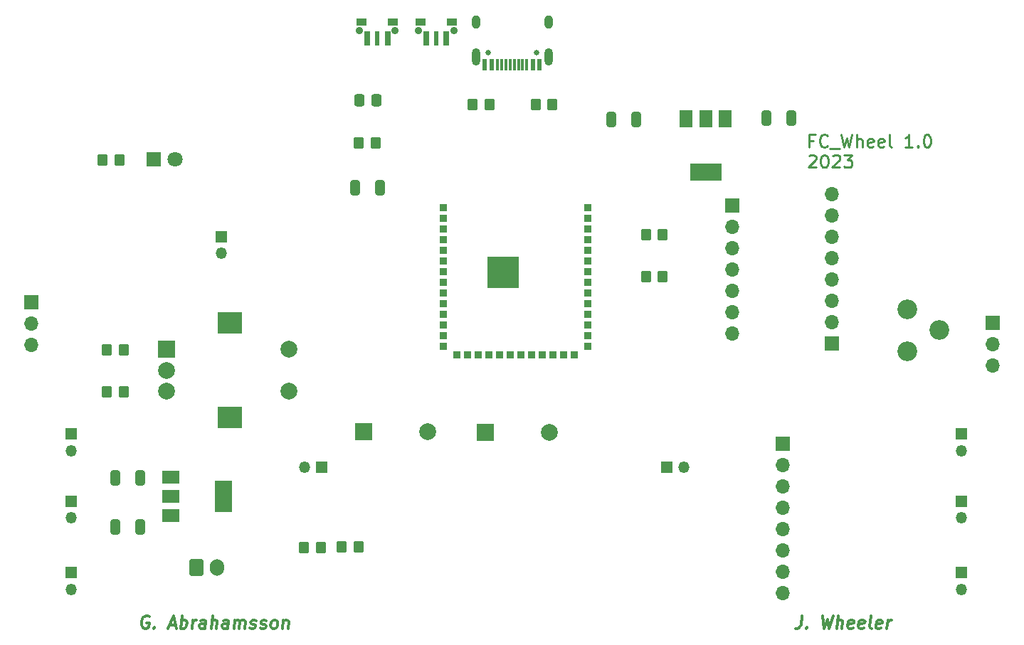
<source format=gbr>
%TF.GenerationSoftware,KiCad,Pcbnew,7.0.8*%
%TF.CreationDate,2023-10-07T23:20:30+02:00*%
%TF.ProjectId,FC_Wheel_PCB,46435f57-6865-4656-9c5f-5043422e6b69,rev?*%
%TF.SameCoordinates,Original*%
%TF.FileFunction,Soldermask,Top*%
%TF.FilePolarity,Negative*%
%FSLAX46Y46*%
G04 Gerber Fmt 4.6, Leading zero omitted, Abs format (unit mm)*
G04 Created by KiCad (PCBNEW 7.0.8) date 2023-10-07 23:20:30*
%MOMM*%
%LPD*%
G01*
G04 APERTURE LIST*
G04 Aperture macros list*
%AMRoundRect*
0 Rectangle with rounded corners*
0 $1 Rounding radius*
0 $2 $3 $4 $5 $6 $7 $8 $9 X,Y pos of 4 corners*
0 Add a 4 corners polygon primitive as box body*
4,1,4,$2,$3,$4,$5,$6,$7,$8,$9,$2,$3,0*
0 Add four circle primitives for the rounded corners*
1,1,$1+$1,$2,$3*
1,1,$1+$1,$4,$5*
1,1,$1+$1,$6,$7*
1,1,$1+$1,$8,$9*
0 Add four rect primitives between the rounded corners*
20,1,$1+$1,$2,$3,$4,$5,0*
20,1,$1+$1,$4,$5,$6,$7,0*
20,1,$1+$1,$6,$7,$8,$9,0*
20,1,$1+$1,$8,$9,$2,$3,0*%
G04 Aperture macros list end*
%ADD10C,0.300000*%
%ADD11C,0.250000*%
%ADD12R,1.700000X1.700000*%
%ADD13O,1.700000X1.700000*%
%ADD14RoundRect,0.250000X-0.325000X-0.650000X0.325000X-0.650000X0.325000X0.650000X-0.325000X0.650000X0*%
%ADD15RoundRect,0.250000X0.350000X0.450000X-0.350000X0.450000X-0.350000X-0.450000X0.350000X-0.450000X0*%
%ADD16R,1.350000X1.350000*%
%ADD17O,1.350000X1.350000*%
%ADD18R,1.800000X1.800000*%
%ADD19C,1.800000*%
%ADD20RoundRect,0.250000X-0.350000X-0.450000X0.350000X-0.450000X0.350000X0.450000X-0.350000X0.450000X0*%
%ADD21R,0.750000X1.800000*%
%ADD22R,0.600000X1.800000*%
%ADD23C,0.900000*%
%ADD24R,1.300000X0.900000*%
%ADD25R,1.500000X2.000000*%
%ADD26R,3.800000X2.000000*%
%ADD27RoundRect,0.250000X-0.600000X-0.750000X0.600000X-0.750000X0.600000X0.750000X-0.600000X0.750000X0*%
%ADD28O,1.700000X2.000000*%
%ADD29R,0.838200X0.889000*%
%ADD30R,0.889000X0.838200*%
%ADD31R,3.708400X3.708400*%
%ADD32R,2.000000X2.000000*%
%ADD33C,2.000000*%
%ADD34R,3.000000X2.500000*%
%ADD35O,1.000000X1.600000*%
%ADD36O,1.000000X2.100000*%
%ADD37R,0.600000X1.450000*%
%ADD38R,0.300000X1.450000*%
%ADD39C,0.650000*%
%ADD40RoundRect,0.250000X-0.337500X-0.475000X0.337500X-0.475000X0.337500X0.475000X-0.337500X0.475000X0*%
%ADD41R,2.000000X1.500000*%
%ADD42R,2.000000X3.800000*%
%ADD43C,2.340000*%
G04 APERTURE END LIST*
D10*
X164661653Y-140678328D02*
X164527725Y-141749757D01*
X164527725Y-141749757D02*
X164429510Y-141964042D01*
X164429510Y-141964042D02*
X164268796Y-142106900D01*
X164268796Y-142106900D02*
X164045582Y-142178328D01*
X164045582Y-142178328D02*
X163902725Y-142178328D01*
X165206296Y-142035471D02*
X165268796Y-142106900D01*
X165268796Y-142106900D02*
X165188439Y-142178328D01*
X165188439Y-142178328D02*
X165125939Y-142106900D01*
X165125939Y-142106900D02*
X165206296Y-142035471D01*
X165206296Y-142035471D02*
X165188439Y-142178328D01*
X167090225Y-140678328D02*
X167259868Y-142178328D01*
X167259868Y-142178328D02*
X167679510Y-141106900D01*
X167679510Y-141106900D02*
X167831296Y-142178328D01*
X167831296Y-142178328D02*
X168375939Y-140678328D01*
X168759868Y-142178328D02*
X168947368Y-140678328D01*
X169402725Y-142178328D02*
X169500939Y-141392614D01*
X169500939Y-141392614D02*
X169447368Y-141249757D01*
X169447368Y-141249757D02*
X169313439Y-141178328D01*
X169313439Y-141178328D02*
X169099154Y-141178328D01*
X169099154Y-141178328D02*
X168947368Y-141249757D01*
X168947368Y-141249757D02*
X168867011Y-141321185D01*
X170697368Y-142106900D02*
X170545582Y-142178328D01*
X170545582Y-142178328D02*
X170259868Y-142178328D01*
X170259868Y-142178328D02*
X170125939Y-142106900D01*
X170125939Y-142106900D02*
X170072368Y-141964042D01*
X170072368Y-141964042D02*
X170143797Y-141392614D01*
X170143797Y-141392614D02*
X170233082Y-141249757D01*
X170233082Y-141249757D02*
X170384868Y-141178328D01*
X170384868Y-141178328D02*
X170670582Y-141178328D01*
X170670582Y-141178328D02*
X170804511Y-141249757D01*
X170804511Y-141249757D02*
X170858082Y-141392614D01*
X170858082Y-141392614D02*
X170840225Y-141535471D01*
X170840225Y-141535471D02*
X170108082Y-141678328D01*
X171983082Y-142106900D02*
X171831296Y-142178328D01*
X171831296Y-142178328D02*
X171545582Y-142178328D01*
X171545582Y-142178328D02*
X171411653Y-142106900D01*
X171411653Y-142106900D02*
X171358082Y-141964042D01*
X171358082Y-141964042D02*
X171429511Y-141392614D01*
X171429511Y-141392614D02*
X171518796Y-141249757D01*
X171518796Y-141249757D02*
X171670582Y-141178328D01*
X171670582Y-141178328D02*
X171956296Y-141178328D01*
X171956296Y-141178328D02*
X172090225Y-141249757D01*
X172090225Y-141249757D02*
X172143796Y-141392614D01*
X172143796Y-141392614D02*
X172125939Y-141535471D01*
X172125939Y-141535471D02*
X171393796Y-141678328D01*
X172902725Y-142178328D02*
X172768796Y-142106900D01*
X172768796Y-142106900D02*
X172715225Y-141964042D01*
X172715225Y-141964042D02*
X172875939Y-140678328D01*
X174054510Y-142106900D02*
X173902724Y-142178328D01*
X173902724Y-142178328D02*
X173617010Y-142178328D01*
X173617010Y-142178328D02*
X173483081Y-142106900D01*
X173483081Y-142106900D02*
X173429510Y-141964042D01*
X173429510Y-141964042D02*
X173500939Y-141392614D01*
X173500939Y-141392614D02*
X173590224Y-141249757D01*
X173590224Y-141249757D02*
X173742010Y-141178328D01*
X173742010Y-141178328D02*
X174027724Y-141178328D01*
X174027724Y-141178328D02*
X174161653Y-141249757D01*
X174161653Y-141249757D02*
X174215224Y-141392614D01*
X174215224Y-141392614D02*
X174197367Y-141535471D01*
X174197367Y-141535471D02*
X173465224Y-141678328D01*
X174759867Y-142178328D02*
X174884867Y-141178328D01*
X174849153Y-141464042D02*
X174938438Y-141321185D01*
X174938438Y-141321185D02*
X175018795Y-141249757D01*
X175018795Y-141249757D02*
X175170581Y-141178328D01*
X175170581Y-141178328D02*
X175313438Y-141178328D01*
X87009868Y-140749757D02*
X86875939Y-140678328D01*
X86875939Y-140678328D02*
X86661653Y-140678328D01*
X86661653Y-140678328D02*
X86438439Y-140749757D01*
X86438439Y-140749757D02*
X86277725Y-140892614D01*
X86277725Y-140892614D02*
X86188439Y-141035471D01*
X86188439Y-141035471D02*
X86081296Y-141321185D01*
X86081296Y-141321185D02*
X86054510Y-141535471D01*
X86054510Y-141535471D02*
X86090225Y-141821185D01*
X86090225Y-141821185D02*
X86143796Y-141964042D01*
X86143796Y-141964042D02*
X86268796Y-142106900D01*
X86268796Y-142106900D02*
X86474153Y-142178328D01*
X86474153Y-142178328D02*
X86617010Y-142178328D01*
X86617010Y-142178328D02*
X86840225Y-142106900D01*
X86840225Y-142106900D02*
X86920582Y-142035471D01*
X86920582Y-142035471D02*
X86983082Y-141535471D01*
X86983082Y-141535471D02*
X86697368Y-141535471D01*
X87563439Y-142035471D02*
X87625939Y-142106900D01*
X87625939Y-142106900D02*
X87545582Y-142178328D01*
X87545582Y-142178328D02*
X87483082Y-142106900D01*
X87483082Y-142106900D02*
X87563439Y-142035471D01*
X87563439Y-142035471D02*
X87545582Y-142178328D01*
X89384868Y-141749757D02*
X90099153Y-141749757D01*
X89188439Y-142178328D02*
X89875939Y-140678328D01*
X89875939Y-140678328D02*
X90188439Y-142178328D01*
X90688439Y-142178328D02*
X90875939Y-140678328D01*
X90804510Y-141249757D02*
X90956296Y-141178328D01*
X90956296Y-141178328D02*
X91242010Y-141178328D01*
X91242010Y-141178328D02*
X91375939Y-141249757D01*
X91375939Y-141249757D02*
X91438439Y-141321185D01*
X91438439Y-141321185D02*
X91492010Y-141464042D01*
X91492010Y-141464042D02*
X91438439Y-141892614D01*
X91438439Y-141892614D02*
X91349153Y-142035471D01*
X91349153Y-142035471D02*
X91268796Y-142106900D01*
X91268796Y-142106900D02*
X91117010Y-142178328D01*
X91117010Y-142178328D02*
X90831296Y-142178328D01*
X90831296Y-142178328D02*
X90697367Y-142106900D01*
X92045582Y-142178328D02*
X92170582Y-141178328D01*
X92134868Y-141464042D02*
X92224153Y-141321185D01*
X92224153Y-141321185D02*
X92304510Y-141249757D01*
X92304510Y-141249757D02*
X92456296Y-141178328D01*
X92456296Y-141178328D02*
X92599153Y-141178328D01*
X93617010Y-142178328D02*
X93715224Y-141392614D01*
X93715224Y-141392614D02*
X93661653Y-141249757D01*
X93661653Y-141249757D02*
X93527724Y-141178328D01*
X93527724Y-141178328D02*
X93242010Y-141178328D01*
X93242010Y-141178328D02*
X93090224Y-141249757D01*
X93625939Y-142106900D02*
X93474153Y-142178328D01*
X93474153Y-142178328D02*
X93117010Y-142178328D01*
X93117010Y-142178328D02*
X92983081Y-142106900D01*
X92983081Y-142106900D02*
X92929510Y-141964042D01*
X92929510Y-141964042D02*
X92947367Y-141821185D01*
X92947367Y-141821185D02*
X93036653Y-141678328D01*
X93036653Y-141678328D02*
X93188439Y-141606900D01*
X93188439Y-141606900D02*
X93545581Y-141606900D01*
X93545581Y-141606900D02*
X93697367Y-141535471D01*
X94331296Y-142178328D02*
X94518796Y-140678328D01*
X94974153Y-142178328D02*
X95072367Y-141392614D01*
X95072367Y-141392614D02*
X95018796Y-141249757D01*
X95018796Y-141249757D02*
X94884867Y-141178328D01*
X94884867Y-141178328D02*
X94670582Y-141178328D01*
X94670582Y-141178328D02*
X94518796Y-141249757D01*
X94518796Y-141249757D02*
X94438439Y-141321185D01*
X96331296Y-142178328D02*
X96429510Y-141392614D01*
X96429510Y-141392614D02*
X96375939Y-141249757D01*
X96375939Y-141249757D02*
X96242010Y-141178328D01*
X96242010Y-141178328D02*
X95956296Y-141178328D01*
X95956296Y-141178328D02*
X95804510Y-141249757D01*
X96340225Y-142106900D02*
X96188439Y-142178328D01*
X96188439Y-142178328D02*
X95831296Y-142178328D01*
X95831296Y-142178328D02*
X95697367Y-142106900D01*
X95697367Y-142106900D02*
X95643796Y-141964042D01*
X95643796Y-141964042D02*
X95661653Y-141821185D01*
X95661653Y-141821185D02*
X95750939Y-141678328D01*
X95750939Y-141678328D02*
X95902725Y-141606900D01*
X95902725Y-141606900D02*
X96259867Y-141606900D01*
X96259867Y-141606900D02*
X96411653Y-141535471D01*
X97045582Y-142178328D02*
X97170582Y-141178328D01*
X97152725Y-141321185D02*
X97233082Y-141249757D01*
X97233082Y-141249757D02*
X97384868Y-141178328D01*
X97384868Y-141178328D02*
X97599153Y-141178328D01*
X97599153Y-141178328D02*
X97733082Y-141249757D01*
X97733082Y-141249757D02*
X97786653Y-141392614D01*
X97786653Y-141392614D02*
X97688439Y-142178328D01*
X97786653Y-141392614D02*
X97875939Y-141249757D01*
X97875939Y-141249757D02*
X98027725Y-141178328D01*
X98027725Y-141178328D02*
X98242010Y-141178328D01*
X98242010Y-141178328D02*
X98375939Y-141249757D01*
X98375939Y-141249757D02*
X98429510Y-141392614D01*
X98429510Y-141392614D02*
X98331296Y-142178328D01*
X98983082Y-142106900D02*
X99117010Y-142178328D01*
X99117010Y-142178328D02*
X99402725Y-142178328D01*
X99402725Y-142178328D02*
X99554510Y-142106900D01*
X99554510Y-142106900D02*
X99643796Y-141964042D01*
X99643796Y-141964042D02*
X99652725Y-141892614D01*
X99652725Y-141892614D02*
X99599153Y-141749757D01*
X99599153Y-141749757D02*
X99465225Y-141678328D01*
X99465225Y-141678328D02*
X99250939Y-141678328D01*
X99250939Y-141678328D02*
X99117010Y-141606900D01*
X99117010Y-141606900D02*
X99063439Y-141464042D01*
X99063439Y-141464042D02*
X99072368Y-141392614D01*
X99072368Y-141392614D02*
X99161653Y-141249757D01*
X99161653Y-141249757D02*
X99313439Y-141178328D01*
X99313439Y-141178328D02*
X99527725Y-141178328D01*
X99527725Y-141178328D02*
X99661653Y-141249757D01*
X100197368Y-142106900D02*
X100331296Y-142178328D01*
X100331296Y-142178328D02*
X100617011Y-142178328D01*
X100617011Y-142178328D02*
X100768796Y-142106900D01*
X100768796Y-142106900D02*
X100858082Y-141964042D01*
X100858082Y-141964042D02*
X100867011Y-141892614D01*
X100867011Y-141892614D02*
X100813439Y-141749757D01*
X100813439Y-141749757D02*
X100679511Y-141678328D01*
X100679511Y-141678328D02*
X100465225Y-141678328D01*
X100465225Y-141678328D02*
X100331296Y-141606900D01*
X100331296Y-141606900D02*
X100277725Y-141464042D01*
X100277725Y-141464042D02*
X100286654Y-141392614D01*
X100286654Y-141392614D02*
X100375939Y-141249757D01*
X100375939Y-141249757D02*
X100527725Y-141178328D01*
X100527725Y-141178328D02*
X100742011Y-141178328D01*
X100742011Y-141178328D02*
X100875939Y-141249757D01*
X101688440Y-142178328D02*
X101554511Y-142106900D01*
X101554511Y-142106900D02*
X101492011Y-142035471D01*
X101492011Y-142035471D02*
X101438440Y-141892614D01*
X101438440Y-141892614D02*
X101492011Y-141464042D01*
X101492011Y-141464042D02*
X101581297Y-141321185D01*
X101581297Y-141321185D02*
X101661654Y-141249757D01*
X101661654Y-141249757D02*
X101813440Y-141178328D01*
X101813440Y-141178328D02*
X102027725Y-141178328D01*
X102027725Y-141178328D02*
X102161654Y-141249757D01*
X102161654Y-141249757D02*
X102224154Y-141321185D01*
X102224154Y-141321185D02*
X102277725Y-141464042D01*
X102277725Y-141464042D02*
X102224154Y-141892614D01*
X102224154Y-141892614D02*
X102134868Y-142035471D01*
X102134868Y-142035471D02*
X102054511Y-142106900D01*
X102054511Y-142106900D02*
X101902725Y-142178328D01*
X101902725Y-142178328D02*
X101688440Y-142178328D01*
X102956297Y-141178328D02*
X102831297Y-142178328D01*
X102938440Y-141321185D02*
X103018797Y-141249757D01*
X103018797Y-141249757D02*
X103170583Y-141178328D01*
X103170583Y-141178328D02*
X103384868Y-141178328D01*
X103384868Y-141178328D02*
X103518797Y-141249757D01*
X103518797Y-141249757D02*
X103572368Y-141392614D01*
X103572368Y-141392614D02*
X103474154Y-142178328D01*
D11*
X166021615Y-84102714D02*
X165521615Y-84102714D01*
X165521615Y-84888428D02*
X165521615Y-83388428D01*
X165521615Y-83388428D02*
X166235901Y-83388428D01*
X167664472Y-84745571D02*
X167593044Y-84817000D01*
X167593044Y-84817000D02*
X167378758Y-84888428D01*
X167378758Y-84888428D02*
X167235901Y-84888428D01*
X167235901Y-84888428D02*
X167021615Y-84817000D01*
X167021615Y-84817000D02*
X166878758Y-84674142D01*
X166878758Y-84674142D02*
X166807329Y-84531285D01*
X166807329Y-84531285D02*
X166735901Y-84245571D01*
X166735901Y-84245571D02*
X166735901Y-84031285D01*
X166735901Y-84031285D02*
X166807329Y-83745571D01*
X166807329Y-83745571D02*
X166878758Y-83602714D01*
X166878758Y-83602714D02*
X167021615Y-83459857D01*
X167021615Y-83459857D02*
X167235901Y-83388428D01*
X167235901Y-83388428D02*
X167378758Y-83388428D01*
X167378758Y-83388428D02*
X167593044Y-83459857D01*
X167593044Y-83459857D02*
X167664472Y-83531285D01*
X167950187Y-85031285D02*
X169093044Y-85031285D01*
X169307329Y-83388428D02*
X169664472Y-84888428D01*
X169664472Y-84888428D02*
X169950186Y-83817000D01*
X169950186Y-83817000D02*
X170235901Y-84888428D01*
X170235901Y-84888428D02*
X170593044Y-83388428D01*
X171164472Y-84888428D02*
X171164472Y-83388428D01*
X171807330Y-84888428D02*
X171807330Y-84102714D01*
X171807330Y-84102714D02*
X171735901Y-83959857D01*
X171735901Y-83959857D02*
X171593044Y-83888428D01*
X171593044Y-83888428D02*
X171378758Y-83888428D01*
X171378758Y-83888428D02*
X171235901Y-83959857D01*
X171235901Y-83959857D02*
X171164472Y-84031285D01*
X173093044Y-84817000D02*
X172950187Y-84888428D01*
X172950187Y-84888428D02*
X172664473Y-84888428D01*
X172664473Y-84888428D02*
X172521615Y-84817000D01*
X172521615Y-84817000D02*
X172450187Y-84674142D01*
X172450187Y-84674142D02*
X172450187Y-84102714D01*
X172450187Y-84102714D02*
X172521615Y-83959857D01*
X172521615Y-83959857D02*
X172664473Y-83888428D01*
X172664473Y-83888428D02*
X172950187Y-83888428D01*
X172950187Y-83888428D02*
X173093044Y-83959857D01*
X173093044Y-83959857D02*
X173164473Y-84102714D01*
X173164473Y-84102714D02*
X173164473Y-84245571D01*
X173164473Y-84245571D02*
X172450187Y-84388428D01*
X174378758Y-84817000D02*
X174235901Y-84888428D01*
X174235901Y-84888428D02*
X173950187Y-84888428D01*
X173950187Y-84888428D02*
X173807329Y-84817000D01*
X173807329Y-84817000D02*
X173735901Y-84674142D01*
X173735901Y-84674142D02*
X173735901Y-84102714D01*
X173735901Y-84102714D02*
X173807329Y-83959857D01*
X173807329Y-83959857D02*
X173950187Y-83888428D01*
X173950187Y-83888428D02*
X174235901Y-83888428D01*
X174235901Y-83888428D02*
X174378758Y-83959857D01*
X174378758Y-83959857D02*
X174450187Y-84102714D01*
X174450187Y-84102714D02*
X174450187Y-84245571D01*
X174450187Y-84245571D02*
X173735901Y-84388428D01*
X175307329Y-84888428D02*
X175164472Y-84817000D01*
X175164472Y-84817000D02*
X175093043Y-84674142D01*
X175093043Y-84674142D02*
X175093043Y-83388428D01*
X177807329Y-84888428D02*
X176950186Y-84888428D01*
X177378757Y-84888428D02*
X177378757Y-83388428D01*
X177378757Y-83388428D02*
X177235900Y-83602714D01*
X177235900Y-83602714D02*
X177093043Y-83745571D01*
X177093043Y-83745571D02*
X176950186Y-83817000D01*
X178450185Y-84745571D02*
X178521614Y-84817000D01*
X178521614Y-84817000D02*
X178450185Y-84888428D01*
X178450185Y-84888428D02*
X178378757Y-84817000D01*
X178378757Y-84817000D02*
X178450185Y-84745571D01*
X178450185Y-84745571D02*
X178450185Y-84888428D01*
X179450186Y-83388428D02*
X179593043Y-83388428D01*
X179593043Y-83388428D02*
X179735900Y-83459857D01*
X179735900Y-83459857D02*
X179807329Y-83531285D01*
X179807329Y-83531285D02*
X179878757Y-83674142D01*
X179878757Y-83674142D02*
X179950186Y-83959857D01*
X179950186Y-83959857D02*
X179950186Y-84317000D01*
X179950186Y-84317000D02*
X179878757Y-84602714D01*
X179878757Y-84602714D02*
X179807329Y-84745571D01*
X179807329Y-84745571D02*
X179735900Y-84817000D01*
X179735900Y-84817000D02*
X179593043Y-84888428D01*
X179593043Y-84888428D02*
X179450186Y-84888428D01*
X179450186Y-84888428D02*
X179307329Y-84817000D01*
X179307329Y-84817000D02*
X179235900Y-84745571D01*
X179235900Y-84745571D02*
X179164471Y-84602714D01*
X179164471Y-84602714D02*
X179093043Y-84317000D01*
X179093043Y-84317000D02*
X179093043Y-83959857D01*
X179093043Y-83959857D02*
X179164471Y-83674142D01*
X179164471Y-83674142D02*
X179235900Y-83531285D01*
X179235900Y-83531285D02*
X179307329Y-83459857D01*
X179307329Y-83459857D02*
X179450186Y-83388428D01*
X165450187Y-85946285D02*
X165521615Y-85874857D01*
X165521615Y-85874857D02*
X165664473Y-85803428D01*
X165664473Y-85803428D02*
X166021615Y-85803428D01*
X166021615Y-85803428D02*
X166164473Y-85874857D01*
X166164473Y-85874857D02*
X166235901Y-85946285D01*
X166235901Y-85946285D02*
X166307330Y-86089142D01*
X166307330Y-86089142D02*
X166307330Y-86232000D01*
X166307330Y-86232000D02*
X166235901Y-86446285D01*
X166235901Y-86446285D02*
X165378758Y-87303428D01*
X165378758Y-87303428D02*
X166307330Y-87303428D01*
X167235901Y-85803428D02*
X167378758Y-85803428D01*
X167378758Y-85803428D02*
X167521615Y-85874857D01*
X167521615Y-85874857D02*
X167593044Y-85946285D01*
X167593044Y-85946285D02*
X167664472Y-86089142D01*
X167664472Y-86089142D02*
X167735901Y-86374857D01*
X167735901Y-86374857D02*
X167735901Y-86732000D01*
X167735901Y-86732000D02*
X167664472Y-87017714D01*
X167664472Y-87017714D02*
X167593044Y-87160571D01*
X167593044Y-87160571D02*
X167521615Y-87232000D01*
X167521615Y-87232000D02*
X167378758Y-87303428D01*
X167378758Y-87303428D02*
X167235901Y-87303428D01*
X167235901Y-87303428D02*
X167093044Y-87232000D01*
X167093044Y-87232000D02*
X167021615Y-87160571D01*
X167021615Y-87160571D02*
X166950186Y-87017714D01*
X166950186Y-87017714D02*
X166878758Y-86732000D01*
X166878758Y-86732000D02*
X166878758Y-86374857D01*
X166878758Y-86374857D02*
X166950186Y-86089142D01*
X166950186Y-86089142D02*
X167021615Y-85946285D01*
X167021615Y-85946285D02*
X167093044Y-85874857D01*
X167093044Y-85874857D02*
X167235901Y-85803428D01*
X168307329Y-85946285D02*
X168378757Y-85874857D01*
X168378757Y-85874857D02*
X168521615Y-85803428D01*
X168521615Y-85803428D02*
X168878757Y-85803428D01*
X168878757Y-85803428D02*
X169021615Y-85874857D01*
X169021615Y-85874857D02*
X169093043Y-85946285D01*
X169093043Y-85946285D02*
X169164472Y-86089142D01*
X169164472Y-86089142D02*
X169164472Y-86232000D01*
X169164472Y-86232000D02*
X169093043Y-86446285D01*
X169093043Y-86446285D02*
X168235900Y-87303428D01*
X168235900Y-87303428D02*
X169164472Y-87303428D01*
X169664471Y-85803428D02*
X170593043Y-85803428D01*
X170593043Y-85803428D02*
X170093043Y-86374857D01*
X170093043Y-86374857D02*
X170307328Y-86374857D01*
X170307328Y-86374857D02*
X170450186Y-86446285D01*
X170450186Y-86446285D02*
X170521614Y-86517714D01*
X170521614Y-86517714D02*
X170593043Y-86660571D01*
X170593043Y-86660571D02*
X170593043Y-87017714D01*
X170593043Y-87017714D02*
X170521614Y-87160571D01*
X170521614Y-87160571D02*
X170450186Y-87232000D01*
X170450186Y-87232000D02*
X170307328Y-87303428D01*
X170307328Y-87303428D02*
X169878757Y-87303428D01*
X169878757Y-87303428D02*
X169735900Y-87232000D01*
X169735900Y-87232000D02*
X169664471Y-87160571D01*
D12*
%TO.C,J6*%
X156325000Y-91825000D03*
D13*
X156325000Y-94365000D03*
X156325000Y-96905000D03*
X156325000Y-99445000D03*
X156325000Y-101985000D03*
X156325000Y-104525000D03*
X156325000Y-107065000D03*
%TD*%
D14*
%TO.C,C5*%
X141950000Y-81585000D03*
X144900000Y-81585000D03*
%TD*%
D15*
%TO.C,R_bat1*%
X148065000Y-100275000D03*
X146065000Y-100275000D03*
%TD*%
D16*
%TO.C,BTN5*%
X77675000Y-127025000D03*
D17*
X77675000Y-129025000D03*
%TD*%
D18*
%TO.C,D1*%
X87520000Y-86340000D03*
D19*
X90060000Y-86340000D03*
%TD*%
D16*
%TO.C,PADDLE2*%
X148575000Y-123025000D03*
D17*
X150575000Y-123025000D03*
%TD*%
D20*
%TO.C,R10*%
X111935000Y-84375000D03*
X113935000Y-84375000D03*
%TD*%
D21*
%TO.C,S1*%
X122350000Y-71926000D03*
D22*
X121125000Y-71926000D03*
D21*
X119900000Y-71926000D03*
D23*
X123250000Y-71025000D03*
X119000000Y-71025000D03*
D24*
X122975000Y-69975000D03*
X119275000Y-69975000D03*
%TD*%
D14*
%TO.C,C7*%
X82950000Y-124285000D03*
X85900000Y-124285000D03*
%TD*%
D25*
%TO.C,U6*%
X155475000Y-81535000D03*
X153175000Y-81535000D03*
D26*
X153175000Y-87835000D03*
D25*
X150875000Y-81535000D03*
%TD*%
D16*
%TO.C,BTN6*%
X77675000Y-135525000D03*
D17*
X77675000Y-137525000D03*
%TD*%
D27*
%TO.C,BT1*%
X92575000Y-134935000D03*
D28*
X95075000Y-134935000D03*
%TD*%
D12*
%TO.C,J2*%
X168175000Y-108235000D03*
D13*
X168175000Y-105695000D03*
X168175000Y-103155000D03*
X168175000Y-100615000D03*
X168175000Y-98075000D03*
X168175000Y-95535000D03*
X168175000Y-92995000D03*
X168175000Y-90455000D03*
%TD*%
D20*
%TO.C,R12*%
X132935000Y-79775000D03*
X134935000Y-79775000D03*
%TD*%
D14*
%TO.C,C2*%
X111450000Y-89735000D03*
X114400000Y-89735000D03*
%TD*%
D16*
%TO.C,BTN3*%
X183625000Y-135525000D03*
D17*
X183625000Y-137525000D03*
%TD*%
D15*
%TO.C,R2*%
X83935000Y-113975000D03*
X81935000Y-113975000D03*
%TD*%
D16*
%TO.C,PADDLE1*%
X107475000Y-123025000D03*
D17*
X105475000Y-123025000D03*
%TD*%
D20*
%TO.C,R9*%
X81435000Y-86425000D03*
X83435000Y-86425000D03*
%TD*%
D15*
%TO.C,R1*%
X83935000Y-109025000D03*
X81935000Y-109025000D03*
%TD*%
D16*
%TO.C,BTN4*%
X77675000Y-119025000D03*
D17*
X77675000Y-121025000D03*
%TD*%
D16*
%TO.C,BTN2*%
X183625000Y-127025000D03*
D17*
X183625000Y-129025000D03*
%TD*%
D16*
%TO.C,BTN1*%
X183625000Y-119025000D03*
D17*
X183625000Y-121025000D03*
%TD*%
D29*
%TO.C,U2*%
X121977100Y-92054300D03*
X121977100Y-93324300D03*
X121977100Y-94594300D03*
X121977100Y-95864300D03*
X121977100Y-97134300D03*
X121977100Y-98404300D03*
X121977100Y-99674300D03*
X121977100Y-100944300D03*
X121977100Y-102214300D03*
X121977100Y-103484300D03*
X121977100Y-104754300D03*
X121977100Y-106024300D03*
X121977100Y-107294300D03*
X121977100Y-108564300D03*
D30*
X123573000Y-109638900D03*
X124843000Y-109638900D03*
X126113000Y-109638900D03*
X127383000Y-109638900D03*
X128653000Y-109638900D03*
X129923000Y-109638900D03*
X131193000Y-109638900D03*
X132463000Y-109638900D03*
X133733000Y-109638900D03*
X135003000Y-109638900D03*
X136273000Y-109638900D03*
X137543000Y-109638900D03*
D29*
X139138900Y-108564300D03*
X139138900Y-107294300D03*
X139138900Y-106024300D03*
X139138900Y-104754300D03*
X139138900Y-103484300D03*
X139138900Y-102214300D03*
X139138900Y-100944300D03*
X139138900Y-99674300D03*
X139138900Y-98404300D03*
X139138900Y-97134300D03*
X139138900Y-95864300D03*
X139138900Y-94594300D03*
X139138900Y-93324300D03*
X139138900Y-92054300D03*
D31*
X129062301Y-99768800D03*
%TD*%
D14*
%TO.C,C9*%
X82950000Y-130135000D03*
X85900000Y-130135000D03*
%TD*%
D12*
%TO.C,J4*%
X187325000Y-105825000D03*
D13*
X187325000Y-108365000D03*
X187325000Y-110905000D03*
%TD*%
D32*
%TO.C,BZ2*%
X126975000Y-118825000D03*
D33*
X134575000Y-118825000D03*
%TD*%
%TO.C,SW10*%
X103575000Y-113935000D03*
X103575000Y-108935000D03*
D34*
X96575000Y-117035000D03*
X96575000Y-105835000D03*
D33*
X89075000Y-111435000D03*
X89075000Y-113935000D03*
D32*
X89075000Y-108935000D03*
%TD*%
D12*
%TO.C,J3*%
X162325000Y-120235000D03*
D13*
X162325000Y-122775000D03*
X162325000Y-125315000D03*
X162325000Y-127855000D03*
X162325000Y-130395000D03*
X162325000Y-132935000D03*
X162325000Y-135475000D03*
X162325000Y-138015000D03*
%TD*%
D35*
%TO.C,J1*%
X125835000Y-69995000D03*
D36*
X125835000Y-74175000D03*
D35*
X134475000Y-69995000D03*
D36*
X134475000Y-74175000D03*
D37*
X133405000Y-75090000D03*
X132605000Y-75090000D03*
D38*
X131905000Y-75090000D03*
X130905000Y-75090000D03*
X129405000Y-75090000D03*
X128405000Y-75090000D03*
D37*
X127705000Y-75090000D03*
X126905000Y-75090000D03*
X126905000Y-75090000D03*
X127705000Y-75090000D03*
D38*
X128905000Y-75090000D03*
X129905000Y-75090000D03*
X130405000Y-75090000D03*
X131405000Y-75090000D03*
D37*
X132605000Y-75090000D03*
X133405000Y-75090000D03*
D39*
X127265000Y-73645000D03*
X133045000Y-73645000D03*
%TD*%
D40*
%TO.C,C8*%
X111967500Y-79315000D03*
X114042500Y-79315000D03*
%TD*%
D15*
%TO.C,R_bat2*%
X148065000Y-95325000D03*
X146065000Y-95325000D03*
%TD*%
D21*
%TO.C,S2*%
X115350000Y-71927000D03*
D22*
X114125000Y-71927000D03*
D21*
X112900000Y-71927000D03*
D23*
X116250000Y-71026000D03*
X112000000Y-71026000D03*
D24*
X115975000Y-69976000D03*
X112275000Y-69976000D03*
%TD*%
D14*
%TO.C,C6*%
X160450000Y-81435000D03*
X163400000Y-81435000D03*
%TD*%
D32*
%TO.C,BZ1*%
X112475000Y-118775000D03*
D33*
X120075000Y-118775000D03*
%TD*%
D41*
%TO.C,U7*%
X89525000Y-124135000D03*
X89525000Y-126435000D03*
D42*
X95825000Y-126435000D03*
D41*
X89525000Y-128735000D03*
%TD*%
D12*
%TO.C,J5*%
X72975000Y-103325000D03*
D13*
X72975000Y-105865000D03*
X72975000Y-108405000D03*
%TD*%
D20*
%TO.C,R4*%
X109875000Y-132475000D03*
X111875000Y-132475000D03*
%TD*%
%TO.C,R11*%
X125435000Y-79825000D03*
X127435000Y-79825000D03*
%TD*%
D17*
%TO.C,SW3*%
X95575000Y-97525000D03*
D16*
X95575000Y-95525000D03*
%TD*%
D20*
%TO.C,R3*%
X105375000Y-132525000D03*
X107375000Y-132525000D03*
%TD*%
D43*
%TO.C,Volume1*%
X177185000Y-104175000D03*
X180985000Y-106675000D03*
X177185000Y-109175000D03*
%TD*%
M02*

</source>
